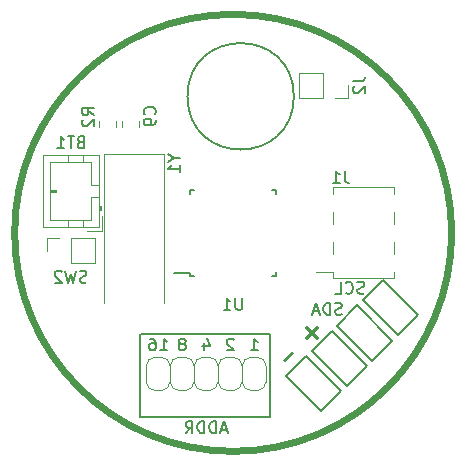
<source format=gbr>
G04 #@! TF.GenerationSoftware,KiCad,Pcbnew,5.0.2+dfsg1-1~bpo9+1*
G04 #@! TF.CreationDate,2019-05-22T13:48:08+02:00*
G04 #@! TF.ProjectId,MainDisk,4d61696e-4469-4736-9b2e-6b696361645f,rev?*
G04 #@! TF.SameCoordinates,Original*
G04 #@! TF.FileFunction,Legend,Bot*
G04 #@! TF.FilePolarity,Positive*
%FSLAX46Y46*%
G04 Gerber Fmt 4.6, Leading zero omitted, Abs format (unit mm)*
G04 Created by KiCad (PCBNEW 5.0.2+dfsg1-1~bpo9+1) date Wed 22 May 2019 13:48:08 CEST*
%MOMM*%
%LPD*%
G01*
G04 APERTURE LIST*
%ADD10C,0.150000*%
%ADD11C,0.200000*%
%ADD12C,0.300000*%
%ADD13C,0.220000*%
%ADD14C,0.600000*%
%ADD15C,0.120000*%
G04 APERTURE END LIST*
D10*
X151852095Y-86526666D02*
X151375904Y-86526666D01*
X151947333Y-86812380D02*
X151614000Y-85812380D01*
X151280666Y-86812380D01*
X150947333Y-86812380D02*
X150947333Y-85812380D01*
X150709238Y-85812380D01*
X150566380Y-85860000D01*
X150471142Y-85955238D01*
X150423523Y-86050476D01*
X150375904Y-86240952D01*
X150375904Y-86383809D01*
X150423523Y-86574285D01*
X150471142Y-86669523D01*
X150566380Y-86764761D01*
X150709238Y-86812380D01*
X150947333Y-86812380D01*
X149947333Y-86812380D02*
X149947333Y-85812380D01*
X149709238Y-85812380D01*
X149566380Y-85860000D01*
X149471142Y-85955238D01*
X149423523Y-86050476D01*
X149375904Y-86240952D01*
X149375904Y-86383809D01*
X149423523Y-86574285D01*
X149471142Y-86669523D01*
X149566380Y-86764761D01*
X149709238Y-86812380D01*
X149947333Y-86812380D01*
X148375904Y-86812380D02*
X148709238Y-86336190D01*
X148947333Y-86812380D02*
X148947333Y-85812380D01*
X148566380Y-85812380D01*
X148471142Y-85860000D01*
X148423523Y-85907619D01*
X148375904Y-86002857D01*
X148375904Y-86145714D01*
X148423523Y-86240952D01*
X148471142Y-86288571D01*
X148566380Y-86336190D01*
X148947333Y-86336190D01*
D11*
X144526000Y-85445600D02*
X144526000Y-78435200D01*
X155498800Y-85445600D02*
X144526000Y-85445600D01*
X155498800Y-78435200D02*
X155498800Y-85445600D01*
X144576800Y-78435200D02*
X155498800Y-78435200D01*
X146240476Y-79801980D02*
X146811904Y-79801980D01*
X146526190Y-79801980D02*
X146526190Y-78801980D01*
X146621428Y-78944838D01*
X146716666Y-79040076D01*
X146811904Y-79087695D01*
X145383333Y-78801980D02*
X145573809Y-78801980D01*
X145669047Y-78849600D01*
X145716666Y-78897219D01*
X145811904Y-79040076D01*
X145859523Y-79230552D01*
X145859523Y-79611504D01*
X145811904Y-79706742D01*
X145764285Y-79754361D01*
X145669047Y-79801980D01*
X145478571Y-79801980D01*
X145383333Y-79754361D01*
X145335714Y-79706742D01*
X145288095Y-79611504D01*
X145288095Y-79373409D01*
X145335714Y-79278171D01*
X145383333Y-79230552D01*
X145478571Y-79182933D01*
X145669047Y-79182933D01*
X145764285Y-79230552D01*
X145811904Y-79278171D01*
X145859523Y-79373409D01*
X148177238Y-79230552D02*
X148272476Y-79182933D01*
X148320095Y-79135314D01*
X148367714Y-79040076D01*
X148367714Y-78992457D01*
X148320095Y-78897219D01*
X148272476Y-78849600D01*
X148177238Y-78801980D01*
X147986761Y-78801980D01*
X147891523Y-78849600D01*
X147843904Y-78897219D01*
X147796285Y-78992457D01*
X147796285Y-79040076D01*
X147843904Y-79135314D01*
X147891523Y-79182933D01*
X147986761Y-79230552D01*
X148177238Y-79230552D01*
X148272476Y-79278171D01*
X148320095Y-79325790D01*
X148367714Y-79421028D01*
X148367714Y-79611504D01*
X148320095Y-79706742D01*
X148272476Y-79754361D01*
X148177238Y-79801980D01*
X147986761Y-79801980D01*
X147891523Y-79754361D01*
X147843904Y-79706742D01*
X147796285Y-79611504D01*
X147796285Y-79421028D01*
X147843904Y-79325790D01*
X147891523Y-79278171D01*
X147986761Y-79230552D01*
X149923523Y-79135314D02*
X149923523Y-79801980D01*
X150161619Y-78754361D02*
X150399714Y-79468647D01*
X149780666Y-79468647D01*
X152431714Y-78897219D02*
X152384095Y-78849600D01*
X152288857Y-78801980D01*
X152050761Y-78801980D01*
X151955523Y-78849600D01*
X151907904Y-78897219D01*
X151860285Y-78992457D01*
X151860285Y-79087695D01*
X151907904Y-79230552D01*
X152479333Y-79801980D01*
X151860285Y-79801980D01*
X153892285Y-79801980D02*
X154463714Y-79801980D01*
X154178000Y-79801980D02*
X154178000Y-78801980D01*
X154273238Y-78944838D01*
X154368476Y-79040076D01*
X154463714Y-79087695D01*
X163496476Y-74953761D02*
X163353619Y-75001380D01*
X163115523Y-75001380D01*
X163020285Y-74953761D01*
X162972666Y-74906142D01*
X162925047Y-74810904D01*
X162925047Y-74715666D01*
X162972666Y-74620428D01*
X163020285Y-74572809D01*
X163115523Y-74525190D01*
X163306000Y-74477571D01*
X163401238Y-74429952D01*
X163448857Y-74382333D01*
X163496476Y-74287095D01*
X163496476Y-74191857D01*
X163448857Y-74096619D01*
X163401238Y-74049000D01*
X163306000Y-74001380D01*
X163067904Y-74001380D01*
X162925047Y-74049000D01*
X161925047Y-74906142D02*
X161972666Y-74953761D01*
X162115523Y-75001380D01*
X162210761Y-75001380D01*
X162353619Y-74953761D01*
X162448857Y-74858523D01*
X162496476Y-74763285D01*
X162544095Y-74572809D01*
X162544095Y-74429952D01*
X162496476Y-74239476D01*
X162448857Y-74144238D01*
X162353619Y-74049000D01*
X162210761Y-74001380D01*
X162115523Y-74001380D01*
X161972666Y-74049000D01*
X161925047Y-74096619D01*
X161020285Y-75001380D02*
X161496476Y-75001380D01*
X161496476Y-74001380D01*
X161615285Y-76731761D02*
X161472428Y-76779380D01*
X161234333Y-76779380D01*
X161139095Y-76731761D01*
X161091476Y-76684142D01*
X161043857Y-76588904D01*
X161043857Y-76493666D01*
X161091476Y-76398428D01*
X161139095Y-76350809D01*
X161234333Y-76303190D01*
X161424809Y-76255571D01*
X161520047Y-76207952D01*
X161567666Y-76160333D01*
X161615285Y-76065095D01*
X161615285Y-75969857D01*
X161567666Y-75874619D01*
X161520047Y-75827000D01*
X161424809Y-75779380D01*
X161186714Y-75779380D01*
X161043857Y-75827000D01*
X160615285Y-76779380D02*
X160615285Y-75779380D01*
X160377190Y-75779380D01*
X160234333Y-75827000D01*
X160139095Y-75922238D01*
X160091476Y-76017476D01*
X160043857Y-76207952D01*
X160043857Y-76350809D01*
X160091476Y-76541285D01*
X160139095Y-76636523D01*
X160234333Y-76731761D01*
X160377190Y-76779380D01*
X160615285Y-76779380D01*
X159662904Y-76493666D02*
X159186714Y-76493666D01*
X159758142Y-76779380D02*
X159424809Y-75779380D01*
X159091476Y-76779380D01*
D12*
X159483822Y-77903700D02*
X158675700Y-78711822D01*
X159483822Y-78711822D02*
X158675700Y-77903700D01*
D13*
X157355857Y-80001360D02*
X156709360Y-80647857D01*
D11*
X157539474Y-58293000D02*
G75*
G03X157539474Y-58293000I-4504474J0D01*
G01*
D14*
X170900000Y-69850000D02*
G75*
G03X170900000Y-69850000I-18500000J0D01*
G01*
D15*
G04 #@! TO.C,J2*
X157976000Y-58413200D02*
X157976000Y-56293200D01*
X160036000Y-58413200D02*
X157976000Y-58413200D01*
X160036000Y-56293200D02*
X157976000Y-56293200D01*
X160036000Y-58413200D02*
X160036000Y-56293200D01*
X161036000Y-58413200D02*
X162096000Y-58413200D01*
X162096000Y-58413200D02*
X162096000Y-57353200D01*
G04 #@! TO.C,J1*
X166023600Y-69064600D02*
X166023600Y-68044600D01*
X160823600Y-69064600D02*
X160823600Y-68044600D01*
X166023600Y-71604600D02*
X166023600Y-70584600D01*
X160823600Y-71604600D02*
X160823600Y-70584600D01*
X166023600Y-66524600D02*
X166023600Y-65954600D01*
X160823600Y-66524600D02*
X160823600Y-65954600D01*
X166023600Y-73694600D02*
X166023600Y-73124600D01*
X160823600Y-73694600D02*
X160823600Y-73124600D01*
X159383600Y-73124600D02*
X160823600Y-73124600D01*
X160823600Y-65954600D02*
X166023600Y-65954600D01*
X160823600Y-73694600D02*
X166023600Y-73694600D01*
G04 #@! TO.C,C9*
X144410500Y-60383922D02*
X144410500Y-60901078D01*
X142990500Y-60383922D02*
X142990500Y-60901078D01*
G04 #@! TO.C,R2*
X141022000Y-60916077D02*
X141022000Y-60398921D01*
X142442000Y-60916077D02*
X142442000Y-60398921D01*
G04 #@! TO.C,JP2*
X153178000Y-81088000D02*
X153178000Y-82488000D01*
X153878000Y-83188000D02*
X154478000Y-83188000D01*
X155178000Y-82488000D02*
X155178000Y-81088000D01*
X154478000Y-80388000D02*
X153878000Y-80388000D01*
X153878000Y-80388000D02*
G75*
G03X153178000Y-81088000I0J-700000D01*
G01*
X155178000Y-81088000D02*
G75*
G03X154478000Y-80388000I-700000J0D01*
G01*
X154478000Y-83188000D02*
G75*
G03X155178000Y-82488000I0J700000D01*
G01*
X153178000Y-82488000D02*
G75*
G03X153878000Y-83188000I700000J0D01*
G01*
G04 #@! TO.C,JP4*
X149114000Y-81088000D02*
X149114000Y-82488000D01*
X149814000Y-83188000D02*
X150414000Y-83188000D01*
X151114000Y-82488000D02*
X151114000Y-81088000D01*
X150414000Y-80388000D02*
X149814000Y-80388000D01*
X149814000Y-80388000D02*
G75*
G03X149114000Y-81088000I0J-700000D01*
G01*
X151114000Y-81088000D02*
G75*
G03X150414000Y-80388000I-700000J0D01*
G01*
X150414000Y-83188000D02*
G75*
G03X151114000Y-82488000I0J700000D01*
G01*
X149114000Y-82488000D02*
G75*
G03X149814000Y-83188000I700000J0D01*
G01*
G04 #@! TO.C,JP3*
X151146000Y-81088000D02*
X151146000Y-82488000D01*
X151846000Y-83188000D02*
X152446000Y-83188000D01*
X153146000Y-82488000D02*
X153146000Y-81088000D01*
X152446000Y-80388000D02*
X151846000Y-80388000D01*
X151846000Y-80388000D02*
G75*
G03X151146000Y-81088000I0J-700000D01*
G01*
X153146000Y-81088000D02*
G75*
G03X152446000Y-80388000I-700000J0D01*
G01*
X152446000Y-83188000D02*
G75*
G03X153146000Y-82488000I0J700000D01*
G01*
X151146000Y-82488000D02*
G75*
G03X151846000Y-83188000I700000J0D01*
G01*
G04 #@! TO.C,JP6*
X145050000Y-81088000D02*
X145050000Y-82488000D01*
X145750000Y-83188000D02*
X146350000Y-83188000D01*
X147050000Y-82488000D02*
X147050000Y-81088000D01*
X146350000Y-80388000D02*
X145750000Y-80388000D01*
X145750000Y-80388000D02*
G75*
G03X145050000Y-81088000I0J-700000D01*
G01*
X147050000Y-81088000D02*
G75*
G03X146350000Y-80388000I-700000J0D01*
G01*
X146350000Y-83188000D02*
G75*
G03X147050000Y-82488000I0J700000D01*
G01*
X145050000Y-82488000D02*
G75*
G03X145750000Y-83188000I700000J0D01*
G01*
G04 #@! TO.C,JP5*
X147082000Y-81088000D02*
X147082000Y-82488000D01*
X147782000Y-83188000D02*
X148382000Y-83188000D01*
X149082000Y-82488000D02*
X149082000Y-81088000D01*
X148382000Y-80388000D02*
X147782000Y-80388000D01*
X147782000Y-80388000D02*
G75*
G03X147082000Y-81088000I0J-700000D01*
G01*
X149082000Y-81088000D02*
G75*
G03X148382000Y-80388000I-700000J0D01*
G01*
X148382000Y-83188000D02*
G75*
G03X149082000Y-82488000I0J700000D01*
G01*
X147082000Y-82488000D02*
G75*
G03X147782000Y-83188000I700000J0D01*
G01*
D10*
G04 #@! TO.C,TP4*
X159863581Y-84975898D02*
X161560637Y-83278842D01*
X156893733Y-82006050D02*
X159863581Y-84975898D01*
X158590789Y-80308994D02*
X156893733Y-82006050D01*
X161560637Y-83278842D02*
X158590789Y-80308994D01*
G04 #@! TO.C,TP2*
X164174104Y-80665375D02*
X165871160Y-78968319D01*
X161204256Y-77695527D02*
X164174104Y-80665375D01*
X162901312Y-75998471D02*
X161204256Y-77695527D01*
X165871160Y-78968319D02*
X162901312Y-75998471D01*
G04 #@! TO.C,TP3*
X166329365Y-78510114D02*
X168026421Y-76813058D01*
X163359517Y-75540266D02*
X166329365Y-78510114D01*
X165056573Y-73843210D02*
X163359517Y-75540266D01*
X168026421Y-76813058D02*
X165056573Y-73843210D01*
G04 #@! TO.C,TP1*
X162018842Y-82820637D02*
X163715898Y-81123581D01*
X159048994Y-79850789D02*
X162018842Y-82820637D01*
X160746050Y-78153733D02*
X159048994Y-79850789D01*
X163715898Y-81123581D02*
X160746050Y-78153733D01*
D15*
G04 #@! TO.C,SW2*
X136608000Y-70314000D02*
X136608000Y-71374000D01*
X137668000Y-70314000D02*
X136608000Y-70314000D01*
X138668000Y-70314000D02*
X138668000Y-72434000D01*
X138668000Y-72434000D02*
X140728000Y-72434000D01*
X138668000Y-70314000D02*
X140728000Y-70314000D01*
X140728000Y-70314000D02*
X140728000Y-72434000D01*
G04 #@! TO.C,BT1*
X141302000Y-69670000D02*
X140052000Y-69670000D01*
X141302000Y-68420000D02*
X141302000Y-69670000D01*
X136892000Y-66310000D02*
X137392000Y-66310000D01*
X137392000Y-66210000D02*
X136892000Y-66210000D01*
X137392000Y-66410000D02*
X137392000Y-66210000D01*
X136892000Y-66410000D02*
X137392000Y-66410000D01*
X138392000Y-63250000D02*
X138392000Y-63860000D01*
X139692000Y-63250000D02*
X139692000Y-63860000D01*
X138392000Y-69370000D02*
X138392000Y-68760000D01*
X139692000Y-69370000D02*
X139692000Y-68760000D01*
X140392000Y-65810000D02*
X141002000Y-65810000D01*
X140392000Y-63860000D02*
X140392000Y-65810000D01*
X136892000Y-63860000D02*
X140392000Y-63860000D01*
X136892000Y-68760000D02*
X136892000Y-63860000D01*
X140392000Y-68760000D02*
X136892000Y-68760000D01*
X140392000Y-66810000D02*
X140392000Y-68760000D01*
X141002000Y-66810000D02*
X140392000Y-66810000D01*
X141102000Y-67610000D02*
X141102000Y-67910000D01*
X141202000Y-67910000D02*
X141002000Y-67910000D01*
X141202000Y-67610000D02*
X141202000Y-67910000D01*
X141002000Y-67610000D02*
X141202000Y-67610000D01*
X141002000Y-63250000D02*
X141002000Y-69370000D01*
X136282000Y-63250000D02*
X141002000Y-63250000D01*
X136282000Y-69370000D02*
X136282000Y-63250000D01*
X141002000Y-69370000D02*
X136282000Y-69370000D01*
G04 #@! TO.C,Y1*
X146568000Y-63150000D02*
X146568000Y-75750000D01*
X141468000Y-63150000D02*
X146568000Y-63150000D01*
X141468000Y-75750000D02*
X141468000Y-63150000D01*
D10*
G04 #@! TO.C,U1*
X148775000Y-73250000D02*
X147350000Y-73250000D01*
X156025000Y-73475000D02*
X155700000Y-73475000D01*
X156025000Y-66225000D02*
X155700000Y-66225000D01*
X148775000Y-66225000D02*
X149100000Y-66225000D01*
X148775000Y-73475000D02*
X149100000Y-73475000D01*
X148775000Y-66225000D02*
X148775000Y-66550000D01*
X156025000Y-66225000D02*
X156025000Y-66550000D01*
X156025000Y-73475000D02*
X156025000Y-73150000D01*
X148775000Y-73475000D02*
X148775000Y-73250000D01*
G04 #@! TO.C,J2*
X162548380Y-57019866D02*
X163262666Y-57019866D01*
X163405523Y-56972247D01*
X163500761Y-56877009D01*
X163548380Y-56734152D01*
X163548380Y-56638914D01*
X162643619Y-57448438D02*
X162596000Y-57496057D01*
X162548380Y-57591295D01*
X162548380Y-57829390D01*
X162596000Y-57924628D01*
X162643619Y-57972247D01*
X162738857Y-58019866D01*
X162834095Y-58019866D01*
X162976952Y-57972247D01*
X163548380Y-57400819D01*
X163548380Y-58019866D01*
G04 #@! TO.C,J1*
X161851933Y-64603380D02*
X161851933Y-65317666D01*
X161899552Y-65460523D01*
X161994790Y-65555761D01*
X162137647Y-65603380D01*
X162232885Y-65603380D01*
X160851933Y-65603380D02*
X161423361Y-65603380D01*
X161137647Y-65603380D02*
X161137647Y-64603380D01*
X161232885Y-64746238D01*
X161328123Y-64841476D01*
X161423361Y-64889095D01*
G04 #@! TO.C,C9*
X145746742Y-59802733D02*
X145794361Y-59755114D01*
X145841980Y-59612257D01*
X145841980Y-59517019D01*
X145794361Y-59374161D01*
X145699123Y-59278923D01*
X145603885Y-59231304D01*
X145413409Y-59183685D01*
X145270552Y-59183685D01*
X145080076Y-59231304D01*
X144984838Y-59278923D01*
X144889600Y-59374161D01*
X144841980Y-59517019D01*
X144841980Y-59612257D01*
X144889600Y-59755114D01*
X144937219Y-59802733D01*
X145841980Y-60278923D02*
X145841980Y-60469400D01*
X145794361Y-60564638D01*
X145746742Y-60612257D01*
X145603885Y-60707495D01*
X145413409Y-60755114D01*
X145032457Y-60755114D01*
X144937219Y-60707495D01*
X144889600Y-60659876D01*
X144841980Y-60564638D01*
X144841980Y-60374161D01*
X144889600Y-60278923D01*
X144937219Y-60231304D01*
X145032457Y-60183685D01*
X145270552Y-60183685D01*
X145365790Y-60231304D01*
X145413409Y-60278923D01*
X145461028Y-60374161D01*
X145461028Y-60564638D01*
X145413409Y-60659876D01*
X145365790Y-60707495D01*
X145270552Y-60755114D01*
G04 #@! TO.C,R2*
X140609580Y-59878933D02*
X140133390Y-59545600D01*
X140609580Y-59307504D02*
X139609580Y-59307504D01*
X139609580Y-59688457D01*
X139657200Y-59783695D01*
X139704819Y-59831314D01*
X139800057Y-59878933D01*
X139942914Y-59878933D01*
X140038152Y-59831314D01*
X140085771Y-59783695D01*
X140133390Y-59688457D01*
X140133390Y-59307504D01*
X139704819Y-60259885D02*
X139657200Y-60307504D01*
X139609580Y-60402742D01*
X139609580Y-60640838D01*
X139657200Y-60736076D01*
X139704819Y-60783695D01*
X139800057Y-60831314D01*
X139895295Y-60831314D01*
X140038152Y-60783695D01*
X140609580Y-60212266D01*
X140609580Y-60831314D01*
G04 #@! TO.C,SW2*
X139966533Y-74013961D02*
X139823676Y-74061580D01*
X139585580Y-74061580D01*
X139490342Y-74013961D01*
X139442723Y-73966342D01*
X139395104Y-73871104D01*
X139395104Y-73775866D01*
X139442723Y-73680628D01*
X139490342Y-73633009D01*
X139585580Y-73585390D01*
X139776057Y-73537771D01*
X139871295Y-73490152D01*
X139918914Y-73442533D01*
X139966533Y-73347295D01*
X139966533Y-73252057D01*
X139918914Y-73156819D01*
X139871295Y-73109200D01*
X139776057Y-73061580D01*
X139537961Y-73061580D01*
X139395104Y-73109200D01*
X139061771Y-73061580D02*
X138823676Y-74061580D01*
X138633200Y-73347295D01*
X138442723Y-74061580D01*
X138204628Y-73061580D01*
X137871295Y-73156819D02*
X137823676Y-73109200D01*
X137728438Y-73061580D01*
X137490342Y-73061580D01*
X137395104Y-73109200D01*
X137347485Y-73156819D01*
X137299866Y-73252057D01*
X137299866Y-73347295D01*
X137347485Y-73490152D01*
X137918914Y-74061580D01*
X137299866Y-74061580D01*
G04 #@! TO.C,BT1*
X139469714Y-62158571D02*
X139326857Y-62206190D01*
X139279238Y-62253809D01*
X139231619Y-62349047D01*
X139231619Y-62491904D01*
X139279238Y-62587142D01*
X139326857Y-62634761D01*
X139422095Y-62682380D01*
X139803047Y-62682380D01*
X139803047Y-61682380D01*
X139469714Y-61682380D01*
X139374476Y-61730000D01*
X139326857Y-61777619D01*
X139279238Y-61872857D01*
X139279238Y-61968095D01*
X139326857Y-62063333D01*
X139374476Y-62110952D01*
X139469714Y-62158571D01*
X139803047Y-62158571D01*
X138945904Y-61682380D02*
X138374476Y-61682380D01*
X138660190Y-62682380D02*
X138660190Y-61682380D01*
X137517333Y-62682380D02*
X138088761Y-62682380D01*
X137803047Y-62682380D02*
X137803047Y-61682380D01*
X137898285Y-61825238D01*
X137993523Y-61920476D01*
X138088761Y-61968095D01*
G04 #@! TO.C,Y1*
X147423190Y-63506409D02*
X147899380Y-63506409D01*
X146899380Y-63173076D02*
X147423190Y-63506409D01*
X146899380Y-63839742D01*
X147899380Y-64696885D02*
X147899380Y-64125457D01*
X147899380Y-64411171D02*
X146899380Y-64411171D01*
X147042238Y-64315933D01*
X147137476Y-64220695D01*
X147185095Y-64125457D01*
G04 #@! TO.C,U1*
X153161904Y-75352380D02*
X153161904Y-76161904D01*
X153114285Y-76257142D01*
X153066666Y-76304761D01*
X152971428Y-76352380D01*
X152780952Y-76352380D01*
X152685714Y-76304761D01*
X152638095Y-76257142D01*
X152590476Y-76161904D01*
X152590476Y-75352380D01*
X151590476Y-76352380D02*
X152161904Y-76352380D01*
X151876190Y-76352380D02*
X151876190Y-75352380D01*
X151971428Y-75495238D01*
X152066666Y-75590476D01*
X152161904Y-75638095D01*
G04 #@! TD*
M02*

</source>
